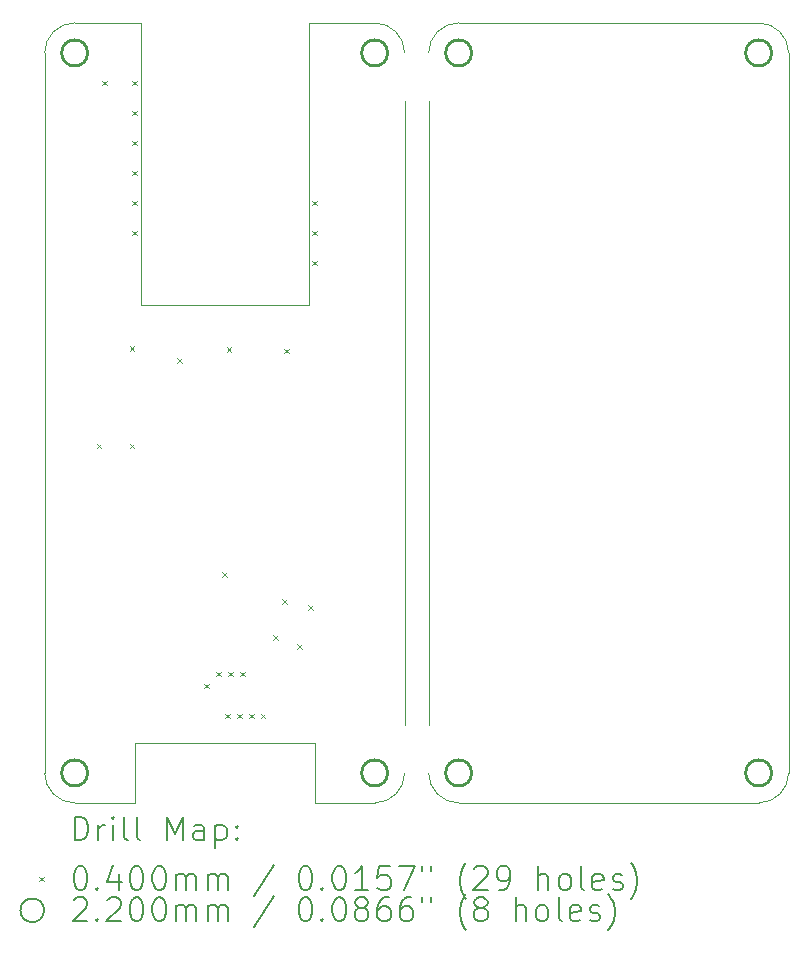
<source format=gbr>
%TF.GenerationSoftware,KiCad,Pcbnew,7.0.7*%
%TF.CreationDate,2023-08-25T22:34:50+10:00*%
%TF.ProjectId,SuperMini-EPD-Sheild,53757065-724d-4696-9e69-2d4550442d53,rev?*%
%TF.SameCoordinates,Original*%
%TF.FileFunction,Drillmap*%
%TF.FilePolarity,Positive*%
%FSLAX45Y45*%
G04 Gerber Fmt 4.5, Leading zero omitted, Abs format (unit mm)*
G04 Created by KiCad (PCBNEW 7.0.7) date 2023-08-25 22:34:50*
%MOMM*%
%LPD*%
G01*
G04 APERTURE LIST*
%ADD10C,0.100000*%
%ADD11C,0.200000*%
%ADD12C,0.040000*%
%ADD13C,0.220000*%
G04 APERTURE END LIST*
D10*
X9601200Y-10160000D02*
X7061200Y-10160000D01*
X9855200Y-9906000D02*
X9855200Y-3810000D01*
X6807200Y-9906000D02*
G75*
G03*
X7061200Y-10160000I254000J0D01*
G01*
X9601200Y-10160000D02*
G75*
G03*
X9855200Y-9906000I0J254000D01*
G01*
X9601200Y-3556000D02*
X7061200Y-3556000D01*
X9855200Y-3810000D02*
G75*
G03*
X9601200Y-3556000I-254000J0D01*
G01*
X6807200Y-4216400D02*
X6807200Y-9499600D01*
X7061200Y-3556000D02*
G75*
G03*
X6807200Y-3810000I0J-254000D01*
G01*
X3810000Y-3556000D02*
G75*
G03*
X3556000Y-3810000I0J-254000D01*
G01*
X5842000Y-9652000D02*
X5842000Y-10160000D01*
X4318000Y-9652000D02*
X5842000Y-9652000D01*
X4368800Y-5943600D02*
X5791200Y-5943600D01*
X3556000Y-3810000D02*
X3556000Y-9906000D01*
X6350000Y-10160000D02*
X5842000Y-10160000D01*
X6604000Y-3810000D02*
G75*
G03*
X6350000Y-3556000I-254000J0D01*
G01*
X6350000Y-3556000D02*
X5791200Y-3556000D01*
X4368800Y-3556000D02*
X4368800Y-5943600D01*
X4368800Y-3556000D02*
X3810000Y-3556000D01*
X6350000Y-10160000D02*
G75*
G03*
X6604000Y-9906000I0J254000D01*
G01*
X3556000Y-9906000D02*
G75*
G03*
X3810000Y-10160000I254000J0D01*
G01*
X6604000Y-9499600D02*
X6604000Y-4216400D01*
X4318000Y-10160000D02*
X3810000Y-10160000D01*
X4318000Y-10160000D02*
X4318000Y-9652000D01*
X5791200Y-5943600D02*
X5791200Y-3556000D01*
D11*
D12*
X3995850Y-7117400D02*
X4035850Y-7157400D01*
X4035850Y-7117400D02*
X3995850Y-7157400D01*
X4044000Y-4044000D02*
X4084000Y-4084000D01*
X4084000Y-4044000D02*
X4044000Y-4084000D01*
X4275750Y-6291850D02*
X4315750Y-6331850D01*
X4315750Y-6291850D02*
X4275750Y-6331850D01*
X4275750Y-7117400D02*
X4315750Y-7157400D01*
X4315750Y-7117400D02*
X4275750Y-7157400D01*
X4298000Y-4044000D02*
X4338000Y-4084000D01*
X4338000Y-4044000D02*
X4298000Y-4084000D01*
X4298000Y-4298000D02*
X4338000Y-4338000D01*
X4338000Y-4298000D02*
X4298000Y-4338000D01*
X4298000Y-4552000D02*
X4338000Y-4592000D01*
X4338000Y-4552000D02*
X4298000Y-4592000D01*
X4298000Y-4806000D02*
X4338000Y-4846000D01*
X4338000Y-4806000D02*
X4298000Y-4846000D01*
X4298000Y-5060000D02*
X4338000Y-5100000D01*
X4338000Y-5060000D02*
X4298000Y-5100000D01*
X4298000Y-5314000D02*
X4338000Y-5354000D01*
X4338000Y-5314000D02*
X4298000Y-5354000D01*
X4679000Y-6393500D02*
X4719000Y-6433500D01*
X4719000Y-6393500D02*
X4679000Y-6433500D01*
X4907600Y-9149400D02*
X4947600Y-9189400D01*
X4947600Y-9149400D02*
X4907600Y-9189400D01*
X5009200Y-9047800D02*
X5049200Y-9087800D01*
X5049200Y-9047800D02*
X5009200Y-9087800D01*
X5060000Y-8209000D02*
X5100000Y-8249000D01*
X5100000Y-8209000D02*
X5060000Y-8249000D01*
X5085400Y-9403400D02*
X5125400Y-9443400D01*
X5125400Y-9403400D02*
X5085400Y-9443400D01*
X5096104Y-6298850D02*
X5136104Y-6338850D01*
X5136104Y-6298850D02*
X5096104Y-6338850D01*
X5110800Y-9047800D02*
X5150800Y-9087800D01*
X5150800Y-9047800D02*
X5110800Y-9087800D01*
X5185350Y-9403400D02*
X5225350Y-9443400D01*
X5225350Y-9403400D02*
X5185350Y-9443400D01*
X5212400Y-9047800D02*
X5252400Y-9087800D01*
X5252400Y-9047800D02*
X5212400Y-9087800D01*
X5285301Y-9403400D02*
X5325301Y-9443400D01*
X5325301Y-9403400D02*
X5285301Y-9443400D01*
X5385251Y-9403400D02*
X5425251Y-9443400D01*
X5425251Y-9403400D02*
X5385251Y-9443400D01*
X5491800Y-8742400D02*
X5531800Y-8782400D01*
X5531800Y-8742400D02*
X5491800Y-8782400D01*
X5568000Y-8437600D02*
X5608000Y-8477600D01*
X5608000Y-8437600D02*
X5568000Y-8477600D01*
X5582000Y-6312800D02*
X5622000Y-6352800D01*
X5622000Y-6312800D02*
X5582000Y-6352800D01*
X5695000Y-8818600D02*
X5735000Y-8858600D01*
X5735000Y-8818600D02*
X5695000Y-8858600D01*
X5784000Y-8488400D02*
X5824000Y-8528400D01*
X5824000Y-8488400D02*
X5784000Y-8528400D01*
X5822000Y-5060000D02*
X5862000Y-5100000D01*
X5862000Y-5060000D02*
X5822000Y-5100000D01*
X5822000Y-5314000D02*
X5862000Y-5354000D01*
X5862000Y-5314000D02*
X5822000Y-5354000D01*
X5822000Y-5568000D02*
X5862000Y-5608000D01*
X5862000Y-5568000D02*
X5822000Y-5608000D01*
D13*
X3920000Y-3810000D02*
G75*
G03*
X3920000Y-3810000I-110000J0D01*
G01*
X3920000Y-9906000D02*
G75*
G03*
X3920000Y-9906000I-110000J0D01*
G01*
X6460000Y-3810000D02*
G75*
G03*
X6460000Y-3810000I-110000J0D01*
G01*
X6460000Y-9906000D02*
G75*
G03*
X6460000Y-9906000I-110000J0D01*
G01*
X7171200Y-3810000D02*
G75*
G03*
X7171200Y-3810000I-110000J0D01*
G01*
X7171200Y-9906000D02*
G75*
G03*
X7171200Y-9906000I-110000J0D01*
G01*
X9711200Y-3810000D02*
G75*
G03*
X9711200Y-3810000I-110000J0D01*
G01*
X9711200Y-9906000D02*
G75*
G03*
X9711200Y-9906000I-110000J0D01*
G01*
D11*
X3811777Y-10476484D02*
X3811777Y-10276484D01*
X3811777Y-10276484D02*
X3859396Y-10276484D01*
X3859396Y-10276484D02*
X3887967Y-10286008D01*
X3887967Y-10286008D02*
X3907015Y-10305055D01*
X3907015Y-10305055D02*
X3916539Y-10324103D01*
X3916539Y-10324103D02*
X3926062Y-10362198D01*
X3926062Y-10362198D02*
X3926062Y-10390770D01*
X3926062Y-10390770D02*
X3916539Y-10428865D01*
X3916539Y-10428865D02*
X3907015Y-10447912D01*
X3907015Y-10447912D02*
X3887967Y-10466960D01*
X3887967Y-10466960D02*
X3859396Y-10476484D01*
X3859396Y-10476484D02*
X3811777Y-10476484D01*
X4011777Y-10476484D02*
X4011777Y-10343150D01*
X4011777Y-10381246D02*
X4021301Y-10362198D01*
X4021301Y-10362198D02*
X4030824Y-10352674D01*
X4030824Y-10352674D02*
X4049872Y-10343150D01*
X4049872Y-10343150D02*
X4068920Y-10343150D01*
X4135586Y-10476484D02*
X4135586Y-10343150D01*
X4135586Y-10276484D02*
X4126062Y-10286008D01*
X4126062Y-10286008D02*
X4135586Y-10295531D01*
X4135586Y-10295531D02*
X4145110Y-10286008D01*
X4145110Y-10286008D02*
X4135586Y-10276484D01*
X4135586Y-10276484D02*
X4135586Y-10295531D01*
X4259396Y-10476484D02*
X4240348Y-10466960D01*
X4240348Y-10466960D02*
X4230824Y-10447912D01*
X4230824Y-10447912D02*
X4230824Y-10276484D01*
X4364158Y-10476484D02*
X4345110Y-10466960D01*
X4345110Y-10466960D02*
X4335586Y-10447912D01*
X4335586Y-10447912D02*
X4335586Y-10276484D01*
X4592729Y-10476484D02*
X4592729Y-10276484D01*
X4592729Y-10276484D02*
X4659396Y-10419341D01*
X4659396Y-10419341D02*
X4726063Y-10276484D01*
X4726063Y-10276484D02*
X4726063Y-10476484D01*
X4907015Y-10476484D02*
X4907015Y-10371722D01*
X4907015Y-10371722D02*
X4897491Y-10352674D01*
X4897491Y-10352674D02*
X4878444Y-10343150D01*
X4878444Y-10343150D02*
X4840348Y-10343150D01*
X4840348Y-10343150D02*
X4821301Y-10352674D01*
X4907015Y-10466960D02*
X4887967Y-10476484D01*
X4887967Y-10476484D02*
X4840348Y-10476484D01*
X4840348Y-10476484D02*
X4821301Y-10466960D01*
X4821301Y-10466960D02*
X4811777Y-10447912D01*
X4811777Y-10447912D02*
X4811777Y-10428865D01*
X4811777Y-10428865D02*
X4821301Y-10409817D01*
X4821301Y-10409817D02*
X4840348Y-10400293D01*
X4840348Y-10400293D02*
X4887967Y-10400293D01*
X4887967Y-10400293D02*
X4907015Y-10390770D01*
X5002253Y-10343150D02*
X5002253Y-10543150D01*
X5002253Y-10352674D02*
X5021301Y-10343150D01*
X5021301Y-10343150D02*
X5059396Y-10343150D01*
X5059396Y-10343150D02*
X5078444Y-10352674D01*
X5078444Y-10352674D02*
X5087967Y-10362198D01*
X5087967Y-10362198D02*
X5097491Y-10381246D01*
X5097491Y-10381246D02*
X5097491Y-10438389D01*
X5097491Y-10438389D02*
X5087967Y-10457436D01*
X5087967Y-10457436D02*
X5078444Y-10466960D01*
X5078444Y-10466960D02*
X5059396Y-10476484D01*
X5059396Y-10476484D02*
X5021301Y-10476484D01*
X5021301Y-10476484D02*
X5002253Y-10466960D01*
X5183205Y-10457436D02*
X5192729Y-10466960D01*
X5192729Y-10466960D02*
X5183205Y-10476484D01*
X5183205Y-10476484D02*
X5173682Y-10466960D01*
X5173682Y-10466960D02*
X5183205Y-10457436D01*
X5183205Y-10457436D02*
X5183205Y-10476484D01*
X5183205Y-10352674D02*
X5192729Y-10362198D01*
X5192729Y-10362198D02*
X5183205Y-10371722D01*
X5183205Y-10371722D02*
X5173682Y-10362198D01*
X5173682Y-10362198D02*
X5183205Y-10352674D01*
X5183205Y-10352674D02*
X5183205Y-10371722D01*
D12*
X3511000Y-10785000D02*
X3551000Y-10825000D01*
X3551000Y-10785000D02*
X3511000Y-10825000D01*
D11*
X3849872Y-10696484D02*
X3868920Y-10696484D01*
X3868920Y-10696484D02*
X3887967Y-10706008D01*
X3887967Y-10706008D02*
X3897491Y-10715531D01*
X3897491Y-10715531D02*
X3907015Y-10734579D01*
X3907015Y-10734579D02*
X3916539Y-10772674D01*
X3916539Y-10772674D02*
X3916539Y-10820293D01*
X3916539Y-10820293D02*
X3907015Y-10858389D01*
X3907015Y-10858389D02*
X3897491Y-10877436D01*
X3897491Y-10877436D02*
X3887967Y-10886960D01*
X3887967Y-10886960D02*
X3868920Y-10896484D01*
X3868920Y-10896484D02*
X3849872Y-10896484D01*
X3849872Y-10896484D02*
X3830824Y-10886960D01*
X3830824Y-10886960D02*
X3821301Y-10877436D01*
X3821301Y-10877436D02*
X3811777Y-10858389D01*
X3811777Y-10858389D02*
X3802253Y-10820293D01*
X3802253Y-10820293D02*
X3802253Y-10772674D01*
X3802253Y-10772674D02*
X3811777Y-10734579D01*
X3811777Y-10734579D02*
X3821301Y-10715531D01*
X3821301Y-10715531D02*
X3830824Y-10706008D01*
X3830824Y-10706008D02*
X3849872Y-10696484D01*
X4002253Y-10877436D02*
X4011777Y-10886960D01*
X4011777Y-10886960D02*
X4002253Y-10896484D01*
X4002253Y-10896484D02*
X3992729Y-10886960D01*
X3992729Y-10886960D02*
X4002253Y-10877436D01*
X4002253Y-10877436D02*
X4002253Y-10896484D01*
X4183205Y-10763150D02*
X4183205Y-10896484D01*
X4135586Y-10686960D02*
X4087967Y-10829817D01*
X4087967Y-10829817D02*
X4211777Y-10829817D01*
X4326063Y-10696484D02*
X4345110Y-10696484D01*
X4345110Y-10696484D02*
X4364158Y-10706008D01*
X4364158Y-10706008D02*
X4373682Y-10715531D01*
X4373682Y-10715531D02*
X4383205Y-10734579D01*
X4383205Y-10734579D02*
X4392729Y-10772674D01*
X4392729Y-10772674D02*
X4392729Y-10820293D01*
X4392729Y-10820293D02*
X4383205Y-10858389D01*
X4383205Y-10858389D02*
X4373682Y-10877436D01*
X4373682Y-10877436D02*
X4364158Y-10886960D01*
X4364158Y-10886960D02*
X4345110Y-10896484D01*
X4345110Y-10896484D02*
X4326063Y-10896484D01*
X4326063Y-10896484D02*
X4307015Y-10886960D01*
X4307015Y-10886960D02*
X4297491Y-10877436D01*
X4297491Y-10877436D02*
X4287967Y-10858389D01*
X4287967Y-10858389D02*
X4278444Y-10820293D01*
X4278444Y-10820293D02*
X4278444Y-10772674D01*
X4278444Y-10772674D02*
X4287967Y-10734579D01*
X4287967Y-10734579D02*
X4297491Y-10715531D01*
X4297491Y-10715531D02*
X4307015Y-10706008D01*
X4307015Y-10706008D02*
X4326063Y-10696484D01*
X4516539Y-10696484D02*
X4535586Y-10696484D01*
X4535586Y-10696484D02*
X4554634Y-10706008D01*
X4554634Y-10706008D02*
X4564158Y-10715531D01*
X4564158Y-10715531D02*
X4573682Y-10734579D01*
X4573682Y-10734579D02*
X4583205Y-10772674D01*
X4583205Y-10772674D02*
X4583205Y-10820293D01*
X4583205Y-10820293D02*
X4573682Y-10858389D01*
X4573682Y-10858389D02*
X4564158Y-10877436D01*
X4564158Y-10877436D02*
X4554634Y-10886960D01*
X4554634Y-10886960D02*
X4535586Y-10896484D01*
X4535586Y-10896484D02*
X4516539Y-10896484D01*
X4516539Y-10896484D02*
X4497491Y-10886960D01*
X4497491Y-10886960D02*
X4487967Y-10877436D01*
X4487967Y-10877436D02*
X4478444Y-10858389D01*
X4478444Y-10858389D02*
X4468920Y-10820293D01*
X4468920Y-10820293D02*
X4468920Y-10772674D01*
X4468920Y-10772674D02*
X4478444Y-10734579D01*
X4478444Y-10734579D02*
X4487967Y-10715531D01*
X4487967Y-10715531D02*
X4497491Y-10706008D01*
X4497491Y-10706008D02*
X4516539Y-10696484D01*
X4668920Y-10896484D02*
X4668920Y-10763150D01*
X4668920Y-10782198D02*
X4678444Y-10772674D01*
X4678444Y-10772674D02*
X4697491Y-10763150D01*
X4697491Y-10763150D02*
X4726063Y-10763150D01*
X4726063Y-10763150D02*
X4745110Y-10772674D01*
X4745110Y-10772674D02*
X4754634Y-10791722D01*
X4754634Y-10791722D02*
X4754634Y-10896484D01*
X4754634Y-10791722D02*
X4764158Y-10772674D01*
X4764158Y-10772674D02*
X4783205Y-10763150D01*
X4783205Y-10763150D02*
X4811777Y-10763150D01*
X4811777Y-10763150D02*
X4830825Y-10772674D01*
X4830825Y-10772674D02*
X4840348Y-10791722D01*
X4840348Y-10791722D02*
X4840348Y-10896484D01*
X4935586Y-10896484D02*
X4935586Y-10763150D01*
X4935586Y-10782198D02*
X4945110Y-10772674D01*
X4945110Y-10772674D02*
X4964158Y-10763150D01*
X4964158Y-10763150D02*
X4992729Y-10763150D01*
X4992729Y-10763150D02*
X5011777Y-10772674D01*
X5011777Y-10772674D02*
X5021301Y-10791722D01*
X5021301Y-10791722D02*
X5021301Y-10896484D01*
X5021301Y-10791722D02*
X5030825Y-10772674D01*
X5030825Y-10772674D02*
X5049872Y-10763150D01*
X5049872Y-10763150D02*
X5078444Y-10763150D01*
X5078444Y-10763150D02*
X5097491Y-10772674D01*
X5097491Y-10772674D02*
X5107015Y-10791722D01*
X5107015Y-10791722D02*
X5107015Y-10896484D01*
X5497491Y-10686960D02*
X5326063Y-10944103D01*
X5754634Y-10696484D02*
X5773682Y-10696484D01*
X5773682Y-10696484D02*
X5792729Y-10706008D01*
X5792729Y-10706008D02*
X5802253Y-10715531D01*
X5802253Y-10715531D02*
X5811777Y-10734579D01*
X5811777Y-10734579D02*
X5821301Y-10772674D01*
X5821301Y-10772674D02*
X5821301Y-10820293D01*
X5821301Y-10820293D02*
X5811777Y-10858389D01*
X5811777Y-10858389D02*
X5802253Y-10877436D01*
X5802253Y-10877436D02*
X5792729Y-10886960D01*
X5792729Y-10886960D02*
X5773682Y-10896484D01*
X5773682Y-10896484D02*
X5754634Y-10896484D01*
X5754634Y-10896484D02*
X5735586Y-10886960D01*
X5735586Y-10886960D02*
X5726063Y-10877436D01*
X5726063Y-10877436D02*
X5716539Y-10858389D01*
X5716539Y-10858389D02*
X5707015Y-10820293D01*
X5707015Y-10820293D02*
X5707015Y-10772674D01*
X5707015Y-10772674D02*
X5716539Y-10734579D01*
X5716539Y-10734579D02*
X5726063Y-10715531D01*
X5726063Y-10715531D02*
X5735586Y-10706008D01*
X5735586Y-10706008D02*
X5754634Y-10696484D01*
X5907015Y-10877436D02*
X5916539Y-10886960D01*
X5916539Y-10886960D02*
X5907015Y-10896484D01*
X5907015Y-10896484D02*
X5897491Y-10886960D01*
X5897491Y-10886960D02*
X5907015Y-10877436D01*
X5907015Y-10877436D02*
X5907015Y-10896484D01*
X6040348Y-10696484D02*
X6059396Y-10696484D01*
X6059396Y-10696484D02*
X6078444Y-10706008D01*
X6078444Y-10706008D02*
X6087967Y-10715531D01*
X6087967Y-10715531D02*
X6097491Y-10734579D01*
X6097491Y-10734579D02*
X6107015Y-10772674D01*
X6107015Y-10772674D02*
X6107015Y-10820293D01*
X6107015Y-10820293D02*
X6097491Y-10858389D01*
X6097491Y-10858389D02*
X6087967Y-10877436D01*
X6087967Y-10877436D02*
X6078444Y-10886960D01*
X6078444Y-10886960D02*
X6059396Y-10896484D01*
X6059396Y-10896484D02*
X6040348Y-10896484D01*
X6040348Y-10896484D02*
X6021301Y-10886960D01*
X6021301Y-10886960D02*
X6011777Y-10877436D01*
X6011777Y-10877436D02*
X6002253Y-10858389D01*
X6002253Y-10858389D02*
X5992729Y-10820293D01*
X5992729Y-10820293D02*
X5992729Y-10772674D01*
X5992729Y-10772674D02*
X6002253Y-10734579D01*
X6002253Y-10734579D02*
X6011777Y-10715531D01*
X6011777Y-10715531D02*
X6021301Y-10706008D01*
X6021301Y-10706008D02*
X6040348Y-10696484D01*
X6297491Y-10896484D02*
X6183206Y-10896484D01*
X6240348Y-10896484D02*
X6240348Y-10696484D01*
X6240348Y-10696484D02*
X6221301Y-10725055D01*
X6221301Y-10725055D02*
X6202253Y-10744103D01*
X6202253Y-10744103D02*
X6183206Y-10753627D01*
X6478444Y-10696484D02*
X6383206Y-10696484D01*
X6383206Y-10696484D02*
X6373682Y-10791722D01*
X6373682Y-10791722D02*
X6383206Y-10782198D01*
X6383206Y-10782198D02*
X6402253Y-10772674D01*
X6402253Y-10772674D02*
X6449872Y-10772674D01*
X6449872Y-10772674D02*
X6468920Y-10782198D01*
X6468920Y-10782198D02*
X6478444Y-10791722D01*
X6478444Y-10791722D02*
X6487967Y-10810770D01*
X6487967Y-10810770D02*
X6487967Y-10858389D01*
X6487967Y-10858389D02*
X6478444Y-10877436D01*
X6478444Y-10877436D02*
X6468920Y-10886960D01*
X6468920Y-10886960D02*
X6449872Y-10896484D01*
X6449872Y-10896484D02*
X6402253Y-10896484D01*
X6402253Y-10896484D02*
X6383206Y-10886960D01*
X6383206Y-10886960D02*
X6373682Y-10877436D01*
X6554634Y-10696484D02*
X6687967Y-10696484D01*
X6687967Y-10696484D02*
X6602253Y-10896484D01*
X6754634Y-10696484D02*
X6754634Y-10734579D01*
X6830825Y-10696484D02*
X6830825Y-10734579D01*
X7126063Y-10972674D02*
X7116539Y-10963150D01*
X7116539Y-10963150D02*
X7097491Y-10934579D01*
X7097491Y-10934579D02*
X7087968Y-10915531D01*
X7087968Y-10915531D02*
X7078444Y-10886960D01*
X7078444Y-10886960D02*
X7068920Y-10839341D01*
X7068920Y-10839341D02*
X7068920Y-10801246D01*
X7068920Y-10801246D02*
X7078444Y-10753627D01*
X7078444Y-10753627D02*
X7087968Y-10725055D01*
X7087968Y-10725055D02*
X7097491Y-10706008D01*
X7097491Y-10706008D02*
X7116539Y-10677436D01*
X7116539Y-10677436D02*
X7126063Y-10667912D01*
X7192729Y-10715531D02*
X7202253Y-10706008D01*
X7202253Y-10706008D02*
X7221301Y-10696484D01*
X7221301Y-10696484D02*
X7268920Y-10696484D01*
X7268920Y-10696484D02*
X7287968Y-10706008D01*
X7287968Y-10706008D02*
X7297491Y-10715531D01*
X7297491Y-10715531D02*
X7307015Y-10734579D01*
X7307015Y-10734579D02*
X7307015Y-10753627D01*
X7307015Y-10753627D02*
X7297491Y-10782198D01*
X7297491Y-10782198D02*
X7183206Y-10896484D01*
X7183206Y-10896484D02*
X7307015Y-10896484D01*
X7402253Y-10896484D02*
X7440348Y-10896484D01*
X7440348Y-10896484D02*
X7459396Y-10886960D01*
X7459396Y-10886960D02*
X7468920Y-10877436D01*
X7468920Y-10877436D02*
X7487968Y-10848865D01*
X7487968Y-10848865D02*
X7497491Y-10810770D01*
X7497491Y-10810770D02*
X7497491Y-10734579D01*
X7497491Y-10734579D02*
X7487968Y-10715531D01*
X7487968Y-10715531D02*
X7478444Y-10706008D01*
X7478444Y-10706008D02*
X7459396Y-10696484D01*
X7459396Y-10696484D02*
X7421301Y-10696484D01*
X7421301Y-10696484D02*
X7402253Y-10706008D01*
X7402253Y-10706008D02*
X7392729Y-10715531D01*
X7392729Y-10715531D02*
X7383206Y-10734579D01*
X7383206Y-10734579D02*
X7383206Y-10782198D01*
X7383206Y-10782198D02*
X7392729Y-10801246D01*
X7392729Y-10801246D02*
X7402253Y-10810770D01*
X7402253Y-10810770D02*
X7421301Y-10820293D01*
X7421301Y-10820293D02*
X7459396Y-10820293D01*
X7459396Y-10820293D02*
X7478444Y-10810770D01*
X7478444Y-10810770D02*
X7487968Y-10801246D01*
X7487968Y-10801246D02*
X7497491Y-10782198D01*
X7735587Y-10896484D02*
X7735587Y-10696484D01*
X7821301Y-10896484D02*
X7821301Y-10791722D01*
X7821301Y-10791722D02*
X7811777Y-10772674D01*
X7811777Y-10772674D02*
X7792730Y-10763150D01*
X7792730Y-10763150D02*
X7764158Y-10763150D01*
X7764158Y-10763150D02*
X7745110Y-10772674D01*
X7745110Y-10772674D02*
X7735587Y-10782198D01*
X7945110Y-10896484D02*
X7926063Y-10886960D01*
X7926063Y-10886960D02*
X7916539Y-10877436D01*
X7916539Y-10877436D02*
X7907015Y-10858389D01*
X7907015Y-10858389D02*
X7907015Y-10801246D01*
X7907015Y-10801246D02*
X7916539Y-10782198D01*
X7916539Y-10782198D02*
X7926063Y-10772674D01*
X7926063Y-10772674D02*
X7945110Y-10763150D01*
X7945110Y-10763150D02*
X7973682Y-10763150D01*
X7973682Y-10763150D02*
X7992730Y-10772674D01*
X7992730Y-10772674D02*
X8002253Y-10782198D01*
X8002253Y-10782198D02*
X8011777Y-10801246D01*
X8011777Y-10801246D02*
X8011777Y-10858389D01*
X8011777Y-10858389D02*
X8002253Y-10877436D01*
X8002253Y-10877436D02*
X7992730Y-10886960D01*
X7992730Y-10886960D02*
X7973682Y-10896484D01*
X7973682Y-10896484D02*
X7945110Y-10896484D01*
X8126063Y-10896484D02*
X8107015Y-10886960D01*
X8107015Y-10886960D02*
X8097491Y-10867912D01*
X8097491Y-10867912D02*
X8097491Y-10696484D01*
X8278444Y-10886960D02*
X8259396Y-10896484D01*
X8259396Y-10896484D02*
X8221301Y-10896484D01*
X8221301Y-10896484D02*
X8202253Y-10886960D01*
X8202253Y-10886960D02*
X8192730Y-10867912D01*
X8192730Y-10867912D02*
X8192730Y-10791722D01*
X8192730Y-10791722D02*
X8202253Y-10772674D01*
X8202253Y-10772674D02*
X8221301Y-10763150D01*
X8221301Y-10763150D02*
X8259396Y-10763150D01*
X8259396Y-10763150D02*
X8278444Y-10772674D01*
X8278444Y-10772674D02*
X8287968Y-10791722D01*
X8287968Y-10791722D02*
X8287968Y-10810770D01*
X8287968Y-10810770D02*
X8192730Y-10829817D01*
X8364158Y-10886960D02*
X8383206Y-10896484D01*
X8383206Y-10896484D02*
X8421301Y-10896484D01*
X8421301Y-10896484D02*
X8440349Y-10886960D01*
X8440349Y-10886960D02*
X8449873Y-10867912D01*
X8449873Y-10867912D02*
X8449873Y-10858389D01*
X8449873Y-10858389D02*
X8440349Y-10839341D01*
X8440349Y-10839341D02*
X8421301Y-10829817D01*
X8421301Y-10829817D02*
X8392730Y-10829817D01*
X8392730Y-10829817D02*
X8373682Y-10820293D01*
X8373682Y-10820293D02*
X8364158Y-10801246D01*
X8364158Y-10801246D02*
X8364158Y-10791722D01*
X8364158Y-10791722D02*
X8373682Y-10772674D01*
X8373682Y-10772674D02*
X8392730Y-10763150D01*
X8392730Y-10763150D02*
X8421301Y-10763150D01*
X8421301Y-10763150D02*
X8440349Y-10772674D01*
X8516539Y-10972674D02*
X8526063Y-10963150D01*
X8526063Y-10963150D02*
X8545111Y-10934579D01*
X8545111Y-10934579D02*
X8554634Y-10915531D01*
X8554634Y-10915531D02*
X8564158Y-10886960D01*
X8564158Y-10886960D02*
X8573682Y-10839341D01*
X8573682Y-10839341D02*
X8573682Y-10801246D01*
X8573682Y-10801246D02*
X8564158Y-10753627D01*
X8564158Y-10753627D02*
X8554634Y-10725055D01*
X8554634Y-10725055D02*
X8545111Y-10706008D01*
X8545111Y-10706008D02*
X8526063Y-10677436D01*
X8526063Y-10677436D02*
X8516539Y-10667912D01*
X3551000Y-11069000D02*
G75*
G03*
X3551000Y-11069000I-100000J0D01*
G01*
X3802253Y-10979531D02*
X3811777Y-10970008D01*
X3811777Y-10970008D02*
X3830824Y-10960484D01*
X3830824Y-10960484D02*
X3878443Y-10960484D01*
X3878443Y-10960484D02*
X3897491Y-10970008D01*
X3897491Y-10970008D02*
X3907015Y-10979531D01*
X3907015Y-10979531D02*
X3916539Y-10998579D01*
X3916539Y-10998579D02*
X3916539Y-11017627D01*
X3916539Y-11017627D02*
X3907015Y-11046198D01*
X3907015Y-11046198D02*
X3792729Y-11160484D01*
X3792729Y-11160484D02*
X3916539Y-11160484D01*
X4002253Y-11141436D02*
X4011777Y-11150960D01*
X4011777Y-11150960D02*
X4002253Y-11160484D01*
X4002253Y-11160484D02*
X3992729Y-11150960D01*
X3992729Y-11150960D02*
X4002253Y-11141436D01*
X4002253Y-11141436D02*
X4002253Y-11160484D01*
X4087967Y-10979531D02*
X4097491Y-10970008D01*
X4097491Y-10970008D02*
X4116539Y-10960484D01*
X4116539Y-10960484D02*
X4164158Y-10960484D01*
X4164158Y-10960484D02*
X4183205Y-10970008D01*
X4183205Y-10970008D02*
X4192729Y-10979531D01*
X4192729Y-10979531D02*
X4202253Y-10998579D01*
X4202253Y-10998579D02*
X4202253Y-11017627D01*
X4202253Y-11017627D02*
X4192729Y-11046198D01*
X4192729Y-11046198D02*
X4078443Y-11160484D01*
X4078443Y-11160484D02*
X4202253Y-11160484D01*
X4326063Y-10960484D02*
X4345110Y-10960484D01*
X4345110Y-10960484D02*
X4364158Y-10970008D01*
X4364158Y-10970008D02*
X4373682Y-10979531D01*
X4373682Y-10979531D02*
X4383205Y-10998579D01*
X4383205Y-10998579D02*
X4392729Y-11036674D01*
X4392729Y-11036674D02*
X4392729Y-11084293D01*
X4392729Y-11084293D02*
X4383205Y-11122389D01*
X4383205Y-11122389D02*
X4373682Y-11141436D01*
X4373682Y-11141436D02*
X4364158Y-11150960D01*
X4364158Y-11150960D02*
X4345110Y-11160484D01*
X4345110Y-11160484D02*
X4326063Y-11160484D01*
X4326063Y-11160484D02*
X4307015Y-11150960D01*
X4307015Y-11150960D02*
X4297491Y-11141436D01*
X4297491Y-11141436D02*
X4287967Y-11122389D01*
X4287967Y-11122389D02*
X4278444Y-11084293D01*
X4278444Y-11084293D02*
X4278444Y-11036674D01*
X4278444Y-11036674D02*
X4287967Y-10998579D01*
X4287967Y-10998579D02*
X4297491Y-10979531D01*
X4297491Y-10979531D02*
X4307015Y-10970008D01*
X4307015Y-10970008D02*
X4326063Y-10960484D01*
X4516539Y-10960484D02*
X4535586Y-10960484D01*
X4535586Y-10960484D02*
X4554634Y-10970008D01*
X4554634Y-10970008D02*
X4564158Y-10979531D01*
X4564158Y-10979531D02*
X4573682Y-10998579D01*
X4573682Y-10998579D02*
X4583205Y-11036674D01*
X4583205Y-11036674D02*
X4583205Y-11084293D01*
X4583205Y-11084293D02*
X4573682Y-11122389D01*
X4573682Y-11122389D02*
X4564158Y-11141436D01*
X4564158Y-11141436D02*
X4554634Y-11150960D01*
X4554634Y-11150960D02*
X4535586Y-11160484D01*
X4535586Y-11160484D02*
X4516539Y-11160484D01*
X4516539Y-11160484D02*
X4497491Y-11150960D01*
X4497491Y-11150960D02*
X4487967Y-11141436D01*
X4487967Y-11141436D02*
X4478444Y-11122389D01*
X4478444Y-11122389D02*
X4468920Y-11084293D01*
X4468920Y-11084293D02*
X4468920Y-11036674D01*
X4468920Y-11036674D02*
X4478444Y-10998579D01*
X4478444Y-10998579D02*
X4487967Y-10979531D01*
X4487967Y-10979531D02*
X4497491Y-10970008D01*
X4497491Y-10970008D02*
X4516539Y-10960484D01*
X4668920Y-11160484D02*
X4668920Y-11027150D01*
X4668920Y-11046198D02*
X4678444Y-11036674D01*
X4678444Y-11036674D02*
X4697491Y-11027150D01*
X4697491Y-11027150D02*
X4726063Y-11027150D01*
X4726063Y-11027150D02*
X4745110Y-11036674D01*
X4745110Y-11036674D02*
X4754634Y-11055722D01*
X4754634Y-11055722D02*
X4754634Y-11160484D01*
X4754634Y-11055722D02*
X4764158Y-11036674D01*
X4764158Y-11036674D02*
X4783205Y-11027150D01*
X4783205Y-11027150D02*
X4811777Y-11027150D01*
X4811777Y-11027150D02*
X4830825Y-11036674D01*
X4830825Y-11036674D02*
X4840348Y-11055722D01*
X4840348Y-11055722D02*
X4840348Y-11160484D01*
X4935586Y-11160484D02*
X4935586Y-11027150D01*
X4935586Y-11046198D02*
X4945110Y-11036674D01*
X4945110Y-11036674D02*
X4964158Y-11027150D01*
X4964158Y-11027150D02*
X4992729Y-11027150D01*
X4992729Y-11027150D02*
X5011777Y-11036674D01*
X5011777Y-11036674D02*
X5021301Y-11055722D01*
X5021301Y-11055722D02*
X5021301Y-11160484D01*
X5021301Y-11055722D02*
X5030825Y-11036674D01*
X5030825Y-11036674D02*
X5049872Y-11027150D01*
X5049872Y-11027150D02*
X5078444Y-11027150D01*
X5078444Y-11027150D02*
X5097491Y-11036674D01*
X5097491Y-11036674D02*
X5107015Y-11055722D01*
X5107015Y-11055722D02*
X5107015Y-11160484D01*
X5497491Y-10950960D02*
X5326063Y-11208103D01*
X5754634Y-10960484D02*
X5773682Y-10960484D01*
X5773682Y-10960484D02*
X5792729Y-10970008D01*
X5792729Y-10970008D02*
X5802253Y-10979531D01*
X5802253Y-10979531D02*
X5811777Y-10998579D01*
X5811777Y-10998579D02*
X5821301Y-11036674D01*
X5821301Y-11036674D02*
X5821301Y-11084293D01*
X5821301Y-11084293D02*
X5811777Y-11122389D01*
X5811777Y-11122389D02*
X5802253Y-11141436D01*
X5802253Y-11141436D02*
X5792729Y-11150960D01*
X5792729Y-11150960D02*
X5773682Y-11160484D01*
X5773682Y-11160484D02*
X5754634Y-11160484D01*
X5754634Y-11160484D02*
X5735586Y-11150960D01*
X5735586Y-11150960D02*
X5726063Y-11141436D01*
X5726063Y-11141436D02*
X5716539Y-11122389D01*
X5716539Y-11122389D02*
X5707015Y-11084293D01*
X5707015Y-11084293D02*
X5707015Y-11036674D01*
X5707015Y-11036674D02*
X5716539Y-10998579D01*
X5716539Y-10998579D02*
X5726063Y-10979531D01*
X5726063Y-10979531D02*
X5735586Y-10970008D01*
X5735586Y-10970008D02*
X5754634Y-10960484D01*
X5907015Y-11141436D02*
X5916539Y-11150960D01*
X5916539Y-11150960D02*
X5907015Y-11160484D01*
X5907015Y-11160484D02*
X5897491Y-11150960D01*
X5897491Y-11150960D02*
X5907015Y-11141436D01*
X5907015Y-11141436D02*
X5907015Y-11160484D01*
X6040348Y-10960484D02*
X6059396Y-10960484D01*
X6059396Y-10960484D02*
X6078444Y-10970008D01*
X6078444Y-10970008D02*
X6087967Y-10979531D01*
X6087967Y-10979531D02*
X6097491Y-10998579D01*
X6097491Y-10998579D02*
X6107015Y-11036674D01*
X6107015Y-11036674D02*
X6107015Y-11084293D01*
X6107015Y-11084293D02*
X6097491Y-11122389D01*
X6097491Y-11122389D02*
X6087967Y-11141436D01*
X6087967Y-11141436D02*
X6078444Y-11150960D01*
X6078444Y-11150960D02*
X6059396Y-11160484D01*
X6059396Y-11160484D02*
X6040348Y-11160484D01*
X6040348Y-11160484D02*
X6021301Y-11150960D01*
X6021301Y-11150960D02*
X6011777Y-11141436D01*
X6011777Y-11141436D02*
X6002253Y-11122389D01*
X6002253Y-11122389D02*
X5992729Y-11084293D01*
X5992729Y-11084293D02*
X5992729Y-11036674D01*
X5992729Y-11036674D02*
X6002253Y-10998579D01*
X6002253Y-10998579D02*
X6011777Y-10979531D01*
X6011777Y-10979531D02*
X6021301Y-10970008D01*
X6021301Y-10970008D02*
X6040348Y-10960484D01*
X6221301Y-11046198D02*
X6202253Y-11036674D01*
X6202253Y-11036674D02*
X6192729Y-11027150D01*
X6192729Y-11027150D02*
X6183206Y-11008103D01*
X6183206Y-11008103D02*
X6183206Y-10998579D01*
X6183206Y-10998579D02*
X6192729Y-10979531D01*
X6192729Y-10979531D02*
X6202253Y-10970008D01*
X6202253Y-10970008D02*
X6221301Y-10960484D01*
X6221301Y-10960484D02*
X6259396Y-10960484D01*
X6259396Y-10960484D02*
X6278444Y-10970008D01*
X6278444Y-10970008D02*
X6287967Y-10979531D01*
X6287967Y-10979531D02*
X6297491Y-10998579D01*
X6297491Y-10998579D02*
X6297491Y-11008103D01*
X6297491Y-11008103D02*
X6287967Y-11027150D01*
X6287967Y-11027150D02*
X6278444Y-11036674D01*
X6278444Y-11036674D02*
X6259396Y-11046198D01*
X6259396Y-11046198D02*
X6221301Y-11046198D01*
X6221301Y-11046198D02*
X6202253Y-11055722D01*
X6202253Y-11055722D02*
X6192729Y-11065246D01*
X6192729Y-11065246D02*
X6183206Y-11084293D01*
X6183206Y-11084293D02*
X6183206Y-11122389D01*
X6183206Y-11122389D02*
X6192729Y-11141436D01*
X6192729Y-11141436D02*
X6202253Y-11150960D01*
X6202253Y-11150960D02*
X6221301Y-11160484D01*
X6221301Y-11160484D02*
X6259396Y-11160484D01*
X6259396Y-11160484D02*
X6278444Y-11150960D01*
X6278444Y-11150960D02*
X6287967Y-11141436D01*
X6287967Y-11141436D02*
X6297491Y-11122389D01*
X6297491Y-11122389D02*
X6297491Y-11084293D01*
X6297491Y-11084293D02*
X6287967Y-11065246D01*
X6287967Y-11065246D02*
X6278444Y-11055722D01*
X6278444Y-11055722D02*
X6259396Y-11046198D01*
X6468920Y-10960484D02*
X6430825Y-10960484D01*
X6430825Y-10960484D02*
X6411777Y-10970008D01*
X6411777Y-10970008D02*
X6402253Y-10979531D01*
X6402253Y-10979531D02*
X6383206Y-11008103D01*
X6383206Y-11008103D02*
X6373682Y-11046198D01*
X6373682Y-11046198D02*
X6373682Y-11122389D01*
X6373682Y-11122389D02*
X6383206Y-11141436D01*
X6383206Y-11141436D02*
X6392729Y-11150960D01*
X6392729Y-11150960D02*
X6411777Y-11160484D01*
X6411777Y-11160484D02*
X6449872Y-11160484D01*
X6449872Y-11160484D02*
X6468920Y-11150960D01*
X6468920Y-11150960D02*
X6478444Y-11141436D01*
X6478444Y-11141436D02*
X6487967Y-11122389D01*
X6487967Y-11122389D02*
X6487967Y-11074770D01*
X6487967Y-11074770D02*
X6478444Y-11055722D01*
X6478444Y-11055722D02*
X6468920Y-11046198D01*
X6468920Y-11046198D02*
X6449872Y-11036674D01*
X6449872Y-11036674D02*
X6411777Y-11036674D01*
X6411777Y-11036674D02*
X6392729Y-11046198D01*
X6392729Y-11046198D02*
X6383206Y-11055722D01*
X6383206Y-11055722D02*
X6373682Y-11074770D01*
X6659396Y-10960484D02*
X6621301Y-10960484D01*
X6621301Y-10960484D02*
X6602253Y-10970008D01*
X6602253Y-10970008D02*
X6592729Y-10979531D01*
X6592729Y-10979531D02*
X6573682Y-11008103D01*
X6573682Y-11008103D02*
X6564158Y-11046198D01*
X6564158Y-11046198D02*
X6564158Y-11122389D01*
X6564158Y-11122389D02*
X6573682Y-11141436D01*
X6573682Y-11141436D02*
X6583206Y-11150960D01*
X6583206Y-11150960D02*
X6602253Y-11160484D01*
X6602253Y-11160484D02*
X6640348Y-11160484D01*
X6640348Y-11160484D02*
X6659396Y-11150960D01*
X6659396Y-11150960D02*
X6668920Y-11141436D01*
X6668920Y-11141436D02*
X6678444Y-11122389D01*
X6678444Y-11122389D02*
X6678444Y-11074770D01*
X6678444Y-11074770D02*
X6668920Y-11055722D01*
X6668920Y-11055722D02*
X6659396Y-11046198D01*
X6659396Y-11046198D02*
X6640348Y-11036674D01*
X6640348Y-11036674D02*
X6602253Y-11036674D01*
X6602253Y-11036674D02*
X6583206Y-11046198D01*
X6583206Y-11046198D02*
X6573682Y-11055722D01*
X6573682Y-11055722D02*
X6564158Y-11074770D01*
X6754634Y-10960484D02*
X6754634Y-10998579D01*
X6830825Y-10960484D02*
X6830825Y-10998579D01*
X7126063Y-11236674D02*
X7116539Y-11227150D01*
X7116539Y-11227150D02*
X7097491Y-11198579D01*
X7097491Y-11198579D02*
X7087968Y-11179531D01*
X7087968Y-11179531D02*
X7078444Y-11150960D01*
X7078444Y-11150960D02*
X7068920Y-11103341D01*
X7068920Y-11103341D02*
X7068920Y-11065246D01*
X7068920Y-11065246D02*
X7078444Y-11017627D01*
X7078444Y-11017627D02*
X7087968Y-10989055D01*
X7087968Y-10989055D02*
X7097491Y-10970008D01*
X7097491Y-10970008D02*
X7116539Y-10941436D01*
X7116539Y-10941436D02*
X7126063Y-10931912D01*
X7230825Y-11046198D02*
X7211777Y-11036674D01*
X7211777Y-11036674D02*
X7202253Y-11027150D01*
X7202253Y-11027150D02*
X7192729Y-11008103D01*
X7192729Y-11008103D02*
X7192729Y-10998579D01*
X7192729Y-10998579D02*
X7202253Y-10979531D01*
X7202253Y-10979531D02*
X7211777Y-10970008D01*
X7211777Y-10970008D02*
X7230825Y-10960484D01*
X7230825Y-10960484D02*
X7268920Y-10960484D01*
X7268920Y-10960484D02*
X7287968Y-10970008D01*
X7287968Y-10970008D02*
X7297491Y-10979531D01*
X7297491Y-10979531D02*
X7307015Y-10998579D01*
X7307015Y-10998579D02*
X7307015Y-11008103D01*
X7307015Y-11008103D02*
X7297491Y-11027150D01*
X7297491Y-11027150D02*
X7287968Y-11036674D01*
X7287968Y-11036674D02*
X7268920Y-11046198D01*
X7268920Y-11046198D02*
X7230825Y-11046198D01*
X7230825Y-11046198D02*
X7211777Y-11055722D01*
X7211777Y-11055722D02*
X7202253Y-11065246D01*
X7202253Y-11065246D02*
X7192729Y-11084293D01*
X7192729Y-11084293D02*
X7192729Y-11122389D01*
X7192729Y-11122389D02*
X7202253Y-11141436D01*
X7202253Y-11141436D02*
X7211777Y-11150960D01*
X7211777Y-11150960D02*
X7230825Y-11160484D01*
X7230825Y-11160484D02*
X7268920Y-11160484D01*
X7268920Y-11160484D02*
X7287968Y-11150960D01*
X7287968Y-11150960D02*
X7297491Y-11141436D01*
X7297491Y-11141436D02*
X7307015Y-11122389D01*
X7307015Y-11122389D02*
X7307015Y-11084293D01*
X7307015Y-11084293D02*
X7297491Y-11065246D01*
X7297491Y-11065246D02*
X7287968Y-11055722D01*
X7287968Y-11055722D02*
X7268920Y-11046198D01*
X7545110Y-11160484D02*
X7545110Y-10960484D01*
X7630825Y-11160484D02*
X7630825Y-11055722D01*
X7630825Y-11055722D02*
X7621301Y-11036674D01*
X7621301Y-11036674D02*
X7602253Y-11027150D01*
X7602253Y-11027150D02*
X7573682Y-11027150D01*
X7573682Y-11027150D02*
X7554634Y-11036674D01*
X7554634Y-11036674D02*
X7545110Y-11046198D01*
X7754634Y-11160484D02*
X7735587Y-11150960D01*
X7735587Y-11150960D02*
X7726063Y-11141436D01*
X7726063Y-11141436D02*
X7716539Y-11122389D01*
X7716539Y-11122389D02*
X7716539Y-11065246D01*
X7716539Y-11065246D02*
X7726063Y-11046198D01*
X7726063Y-11046198D02*
X7735587Y-11036674D01*
X7735587Y-11036674D02*
X7754634Y-11027150D01*
X7754634Y-11027150D02*
X7783206Y-11027150D01*
X7783206Y-11027150D02*
X7802253Y-11036674D01*
X7802253Y-11036674D02*
X7811777Y-11046198D01*
X7811777Y-11046198D02*
X7821301Y-11065246D01*
X7821301Y-11065246D02*
X7821301Y-11122389D01*
X7821301Y-11122389D02*
X7811777Y-11141436D01*
X7811777Y-11141436D02*
X7802253Y-11150960D01*
X7802253Y-11150960D02*
X7783206Y-11160484D01*
X7783206Y-11160484D02*
X7754634Y-11160484D01*
X7935587Y-11160484D02*
X7916539Y-11150960D01*
X7916539Y-11150960D02*
X7907015Y-11131912D01*
X7907015Y-11131912D02*
X7907015Y-10960484D01*
X8087968Y-11150960D02*
X8068920Y-11160484D01*
X8068920Y-11160484D02*
X8030825Y-11160484D01*
X8030825Y-11160484D02*
X8011777Y-11150960D01*
X8011777Y-11150960D02*
X8002253Y-11131912D01*
X8002253Y-11131912D02*
X8002253Y-11055722D01*
X8002253Y-11055722D02*
X8011777Y-11036674D01*
X8011777Y-11036674D02*
X8030825Y-11027150D01*
X8030825Y-11027150D02*
X8068920Y-11027150D01*
X8068920Y-11027150D02*
X8087968Y-11036674D01*
X8087968Y-11036674D02*
X8097491Y-11055722D01*
X8097491Y-11055722D02*
X8097491Y-11074770D01*
X8097491Y-11074770D02*
X8002253Y-11093817D01*
X8173682Y-11150960D02*
X8192730Y-11160484D01*
X8192730Y-11160484D02*
X8230825Y-11160484D01*
X8230825Y-11160484D02*
X8249872Y-11150960D01*
X8249872Y-11150960D02*
X8259396Y-11131912D01*
X8259396Y-11131912D02*
X8259396Y-11122389D01*
X8259396Y-11122389D02*
X8249872Y-11103341D01*
X8249872Y-11103341D02*
X8230825Y-11093817D01*
X8230825Y-11093817D02*
X8202253Y-11093817D01*
X8202253Y-11093817D02*
X8183206Y-11084293D01*
X8183206Y-11084293D02*
X8173682Y-11065246D01*
X8173682Y-11065246D02*
X8173682Y-11055722D01*
X8173682Y-11055722D02*
X8183206Y-11036674D01*
X8183206Y-11036674D02*
X8202253Y-11027150D01*
X8202253Y-11027150D02*
X8230825Y-11027150D01*
X8230825Y-11027150D02*
X8249872Y-11036674D01*
X8326063Y-11236674D02*
X8335587Y-11227150D01*
X8335587Y-11227150D02*
X8354634Y-11198579D01*
X8354634Y-11198579D02*
X8364158Y-11179531D01*
X8364158Y-11179531D02*
X8373682Y-11150960D01*
X8373682Y-11150960D02*
X8383206Y-11103341D01*
X8383206Y-11103341D02*
X8383206Y-11065246D01*
X8383206Y-11065246D02*
X8373682Y-11017627D01*
X8373682Y-11017627D02*
X8364158Y-10989055D01*
X8364158Y-10989055D02*
X8354634Y-10970008D01*
X8354634Y-10970008D02*
X8335587Y-10941436D01*
X8335587Y-10941436D02*
X8326063Y-10931912D01*
M02*

</source>
